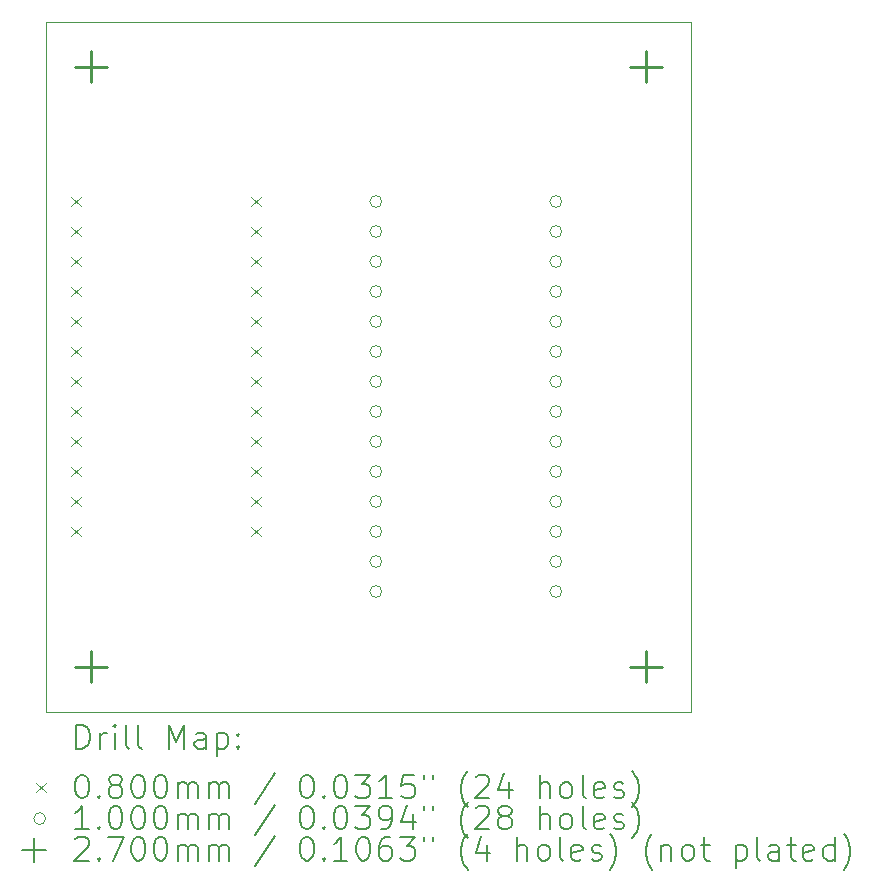
<source format=gbr>
%TF.GenerationSoftware,KiCad,Pcbnew,9.0.3+1*%
%TF.CreationDate,2025-09-14T03:51:49+09:00*%
%TF.ProjectId,romext-2364,726f6d65-7874-42d3-9233-36342e6b6963,1-2*%
%TF.SameCoordinates,Original*%
%TF.FileFunction,Drillmap*%
%TF.FilePolarity,Positive*%
%FSLAX45Y45*%
G04 Gerber Fmt 4.5, Leading zero omitted, Abs format (unit mm)*
G04 Created by KiCad (PCBNEW 9.0.3+1) date 2025-09-14 03:51:49*
%MOMM*%
%LPD*%
G01*
G04 APERTURE LIST*
%ADD10C,0.050000*%
%ADD11C,0.200000*%
%ADD12C,0.100000*%
%ADD13C,0.270000*%
G04 APERTURE END LIST*
D10*
X9906000Y-3556000D02*
X15367000Y-3556000D01*
X15367000Y-9398000D01*
X9906000Y-9398000D01*
X9906000Y-3556000D01*
D11*
D12*
X10120000Y-5040000D02*
X10200000Y-5120000D01*
X10200000Y-5040000D02*
X10120000Y-5120000D01*
X10120000Y-5294000D02*
X10200000Y-5374000D01*
X10200000Y-5294000D02*
X10120000Y-5374000D01*
X10120000Y-5548000D02*
X10200000Y-5628000D01*
X10200000Y-5548000D02*
X10120000Y-5628000D01*
X10120000Y-5802000D02*
X10200000Y-5882000D01*
X10200000Y-5802000D02*
X10120000Y-5882000D01*
X10120000Y-6056000D02*
X10200000Y-6136000D01*
X10200000Y-6056000D02*
X10120000Y-6136000D01*
X10120000Y-6310000D02*
X10200000Y-6390000D01*
X10200000Y-6310000D02*
X10120000Y-6390000D01*
X10120000Y-6564000D02*
X10200000Y-6644000D01*
X10200000Y-6564000D02*
X10120000Y-6644000D01*
X10120000Y-6818000D02*
X10200000Y-6898000D01*
X10200000Y-6818000D02*
X10120000Y-6898000D01*
X10120000Y-7072000D02*
X10200000Y-7152000D01*
X10200000Y-7072000D02*
X10120000Y-7152000D01*
X10120000Y-7326000D02*
X10200000Y-7406000D01*
X10200000Y-7326000D02*
X10120000Y-7406000D01*
X10120000Y-7580000D02*
X10200000Y-7660000D01*
X10200000Y-7580000D02*
X10120000Y-7660000D01*
X10120000Y-7834000D02*
X10200000Y-7914000D01*
X10200000Y-7834000D02*
X10120000Y-7914000D01*
X11644000Y-5040000D02*
X11724000Y-5120000D01*
X11724000Y-5040000D02*
X11644000Y-5120000D01*
X11644000Y-5294000D02*
X11724000Y-5374000D01*
X11724000Y-5294000D02*
X11644000Y-5374000D01*
X11644000Y-5548000D02*
X11724000Y-5628000D01*
X11724000Y-5548000D02*
X11644000Y-5628000D01*
X11644000Y-5802000D02*
X11724000Y-5882000D01*
X11724000Y-5802000D02*
X11644000Y-5882000D01*
X11644000Y-6056000D02*
X11724000Y-6136000D01*
X11724000Y-6056000D02*
X11644000Y-6136000D01*
X11644000Y-6310000D02*
X11724000Y-6390000D01*
X11724000Y-6310000D02*
X11644000Y-6390000D01*
X11644000Y-6564000D02*
X11724000Y-6644000D01*
X11724000Y-6564000D02*
X11644000Y-6644000D01*
X11644000Y-6818000D02*
X11724000Y-6898000D01*
X11724000Y-6818000D02*
X11644000Y-6898000D01*
X11644000Y-7072000D02*
X11724000Y-7152000D01*
X11724000Y-7072000D02*
X11644000Y-7152000D01*
X11644000Y-7326000D02*
X11724000Y-7406000D01*
X11724000Y-7326000D02*
X11644000Y-7406000D01*
X11644000Y-7580000D02*
X11724000Y-7660000D01*
X11724000Y-7580000D02*
X11644000Y-7660000D01*
X11644000Y-7834000D02*
X11724000Y-7914000D01*
X11724000Y-7834000D02*
X11644000Y-7914000D01*
X12750000Y-5080000D02*
G75*
G02*
X12650000Y-5080000I-50000J0D01*
G01*
X12650000Y-5080000D02*
G75*
G02*
X12750000Y-5080000I50000J0D01*
G01*
X12750000Y-5334000D02*
G75*
G02*
X12650000Y-5334000I-50000J0D01*
G01*
X12650000Y-5334000D02*
G75*
G02*
X12750000Y-5334000I50000J0D01*
G01*
X12750000Y-5588000D02*
G75*
G02*
X12650000Y-5588000I-50000J0D01*
G01*
X12650000Y-5588000D02*
G75*
G02*
X12750000Y-5588000I50000J0D01*
G01*
X12750000Y-5842000D02*
G75*
G02*
X12650000Y-5842000I-50000J0D01*
G01*
X12650000Y-5842000D02*
G75*
G02*
X12750000Y-5842000I50000J0D01*
G01*
X12750000Y-6096000D02*
G75*
G02*
X12650000Y-6096000I-50000J0D01*
G01*
X12650000Y-6096000D02*
G75*
G02*
X12750000Y-6096000I50000J0D01*
G01*
X12750000Y-6350000D02*
G75*
G02*
X12650000Y-6350000I-50000J0D01*
G01*
X12650000Y-6350000D02*
G75*
G02*
X12750000Y-6350000I50000J0D01*
G01*
X12750000Y-6604000D02*
G75*
G02*
X12650000Y-6604000I-50000J0D01*
G01*
X12650000Y-6604000D02*
G75*
G02*
X12750000Y-6604000I50000J0D01*
G01*
X12750000Y-6858000D02*
G75*
G02*
X12650000Y-6858000I-50000J0D01*
G01*
X12650000Y-6858000D02*
G75*
G02*
X12750000Y-6858000I50000J0D01*
G01*
X12750000Y-7112000D02*
G75*
G02*
X12650000Y-7112000I-50000J0D01*
G01*
X12650000Y-7112000D02*
G75*
G02*
X12750000Y-7112000I50000J0D01*
G01*
X12750000Y-7366000D02*
G75*
G02*
X12650000Y-7366000I-50000J0D01*
G01*
X12650000Y-7366000D02*
G75*
G02*
X12750000Y-7366000I50000J0D01*
G01*
X12750000Y-7620000D02*
G75*
G02*
X12650000Y-7620000I-50000J0D01*
G01*
X12650000Y-7620000D02*
G75*
G02*
X12750000Y-7620000I50000J0D01*
G01*
X12750000Y-7874000D02*
G75*
G02*
X12650000Y-7874000I-50000J0D01*
G01*
X12650000Y-7874000D02*
G75*
G02*
X12750000Y-7874000I50000J0D01*
G01*
X12750000Y-8128000D02*
G75*
G02*
X12650000Y-8128000I-50000J0D01*
G01*
X12650000Y-8128000D02*
G75*
G02*
X12750000Y-8128000I50000J0D01*
G01*
X12750000Y-8382000D02*
G75*
G02*
X12650000Y-8382000I-50000J0D01*
G01*
X12650000Y-8382000D02*
G75*
G02*
X12750000Y-8382000I50000J0D01*
G01*
X14274000Y-5080000D02*
G75*
G02*
X14174000Y-5080000I-50000J0D01*
G01*
X14174000Y-5080000D02*
G75*
G02*
X14274000Y-5080000I50000J0D01*
G01*
X14274000Y-5334000D02*
G75*
G02*
X14174000Y-5334000I-50000J0D01*
G01*
X14174000Y-5334000D02*
G75*
G02*
X14274000Y-5334000I50000J0D01*
G01*
X14274000Y-5588000D02*
G75*
G02*
X14174000Y-5588000I-50000J0D01*
G01*
X14174000Y-5588000D02*
G75*
G02*
X14274000Y-5588000I50000J0D01*
G01*
X14274000Y-5842000D02*
G75*
G02*
X14174000Y-5842000I-50000J0D01*
G01*
X14174000Y-5842000D02*
G75*
G02*
X14274000Y-5842000I50000J0D01*
G01*
X14274000Y-6096000D02*
G75*
G02*
X14174000Y-6096000I-50000J0D01*
G01*
X14174000Y-6096000D02*
G75*
G02*
X14274000Y-6096000I50000J0D01*
G01*
X14274000Y-6350000D02*
G75*
G02*
X14174000Y-6350000I-50000J0D01*
G01*
X14174000Y-6350000D02*
G75*
G02*
X14274000Y-6350000I50000J0D01*
G01*
X14274000Y-6604000D02*
G75*
G02*
X14174000Y-6604000I-50000J0D01*
G01*
X14174000Y-6604000D02*
G75*
G02*
X14274000Y-6604000I50000J0D01*
G01*
X14274000Y-6858000D02*
G75*
G02*
X14174000Y-6858000I-50000J0D01*
G01*
X14174000Y-6858000D02*
G75*
G02*
X14274000Y-6858000I50000J0D01*
G01*
X14274000Y-7112000D02*
G75*
G02*
X14174000Y-7112000I-50000J0D01*
G01*
X14174000Y-7112000D02*
G75*
G02*
X14274000Y-7112000I50000J0D01*
G01*
X14274000Y-7366000D02*
G75*
G02*
X14174000Y-7366000I-50000J0D01*
G01*
X14174000Y-7366000D02*
G75*
G02*
X14274000Y-7366000I50000J0D01*
G01*
X14274000Y-7620000D02*
G75*
G02*
X14174000Y-7620000I-50000J0D01*
G01*
X14174000Y-7620000D02*
G75*
G02*
X14274000Y-7620000I50000J0D01*
G01*
X14274000Y-7874000D02*
G75*
G02*
X14174000Y-7874000I-50000J0D01*
G01*
X14174000Y-7874000D02*
G75*
G02*
X14274000Y-7874000I50000J0D01*
G01*
X14274000Y-8128000D02*
G75*
G02*
X14174000Y-8128000I-50000J0D01*
G01*
X14174000Y-8128000D02*
G75*
G02*
X14274000Y-8128000I50000J0D01*
G01*
X14274000Y-8382000D02*
G75*
G02*
X14174000Y-8382000I-50000J0D01*
G01*
X14174000Y-8382000D02*
G75*
G02*
X14274000Y-8382000I50000J0D01*
G01*
D13*
X10287000Y-3802000D02*
X10287000Y-4072000D01*
X10152000Y-3937000D02*
X10422000Y-3937000D01*
X10287000Y-8882000D02*
X10287000Y-9152000D01*
X10152000Y-9017000D02*
X10422000Y-9017000D01*
X14986000Y-3802000D02*
X14986000Y-4072000D01*
X14851000Y-3937000D02*
X15121000Y-3937000D01*
X14986000Y-8882000D02*
X14986000Y-9152000D01*
X14851000Y-9017000D02*
X15121000Y-9017000D01*
D11*
X10164277Y-9711984D02*
X10164277Y-9511984D01*
X10164277Y-9511984D02*
X10211896Y-9511984D01*
X10211896Y-9511984D02*
X10240467Y-9521508D01*
X10240467Y-9521508D02*
X10259515Y-9540555D01*
X10259515Y-9540555D02*
X10269039Y-9559603D01*
X10269039Y-9559603D02*
X10278563Y-9597698D01*
X10278563Y-9597698D02*
X10278563Y-9626270D01*
X10278563Y-9626270D02*
X10269039Y-9664365D01*
X10269039Y-9664365D02*
X10259515Y-9683412D01*
X10259515Y-9683412D02*
X10240467Y-9702460D01*
X10240467Y-9702460D02*
X10211896Y-9711984D01*
X10211896Y-9711984D02*
X10164277Y-9711984D01*
X10364277Y-9711984D02*
X10364277Y-9578650D01*
X10364277Y-9616746D02*
X10373801Y-9597698D01*
X10373801Y-9597698D02*
X10383324Y-9588174D01*
X10383324Y-9588174D02*
X10402372Y-9578650D01*
X10402372Y-9578650D02*
X10421420Y-9578650D01*
X10488086Y-9711984D02*
X10488086Y-9578650D01*
X10488086Y-9511984D02*
X10478563Y-9521508D01*
X10478563Y-9521508D02*
X10488086Y-9531031D01*
X10488086Y-9531031D02*
X10497610Y-9521508D01*
X10497610Y-9521508D02*
X10488086Y-9511984D01*
X10488086Y-9511984D02*
X10488086Y-9531031D01*
X10611896Y-9711984D02*
X10592848Y-9702460D01*
X10592848Y-9702460D02*
X10583324Y-9683412D01*
X10583324Y-9683412D02*
X10583324Y-9511984D01*
X10716658Y-9711984D02*
X10697610Y-9702460D01*
X10697610Y-9702460D02*
X10688086Y-9683412D01*
X10688086Y-9683412D02*
X10688086Y-9511984D01*
X10945229Y-9711984D02*
X10945229Y-9511984D01*
X10945229Y-9511984D02*
X11011896Y-9654841D01*
X11011896Y-9654841D02*
X11078563Y-9511984D01*
X11078563Y-9511984D02*
X11078563Y-9711984D01*
X11259515Y-9711984D02*
X11259515Y-9607222D01*
X11259515Y-9607222D02*
X11249991Y-9588174D01*
X11249991Y-9588174D02*
X11230943Y-9578650D01*
X11230943Y-9578650D02*
X11192848Y-9578650D01*
X11192848Y-9578650D02*
X11173801Y-9588174D01*
X11259515Y-9702460D02*
X11240467Y-9711984D01*
X11240467Y-9711984D02*
X11192848Y-9711984D01*
X11192848Y-9711984D02*
X11173801Y-9702460D01*
X11173801Y-9702460D02*
X11164277Y-9683412D01*
X11164277Y-9683412D02*
X11164277Y-9664365D01*
X11164277Y-9664365D02*
X11173801Y-9645317D01*
X11173801Y-9645317D02*
X11192848Y-9635793D01*
X11192848Y-9635793D02*
X11240467Y-9635793D01*
X11240467Y-9635793D02*
X11259515Y-9626270D01*
X11354753Y-9578650D02*
X11354753Y-9778650D01*
X11354753Y-9588174D02*
X11373801Y-9578650D01*
X11373801Y-9578650D02*
X11411896Y-9578650D01*
X11411896Y-9578650D02*
X11430943Y-9588174D01*
X11430943Y-9588174D02*
X11440467Y-9597698D01*
X11440467Y-9597698D02*
X11449991Y-9616746D01*
X11449991Y-9616746D02*
X11449991Y-9673889D01*
X11449991Y-9673889D02*
X11440467Y-9692936D01*
X11440467Y-9692936D02*
X11430943Y-9702460D01*
X11430943Y-9702460D02*
X11411896Y-9711984D01*
X11411896Y-9711984D02*
X11373801Y-9711984D01*
X11373801Y-9711984D02*
X11354753Y-9702460D01*
X11535705Y-9692936D02*
X11545229Y-9702460D01*
X11545229Y-9702460D02*
X11535705Y-9711984D01*
X11535705Y-9711984D02*
X11526182Y-9702460D01*
X11526182Y-9702460D02*
X11535705Y-9692936D01*
X11535705Y-9692936D02*
X11535705Y-9711984D01*
X11535705Y-9588174D02*
X11545229Y-9597698D01*
X11545229Y-9597698D02*
X11535705Y-9607222D01*
X11535705Y-9607222D02*
X11526182Y-9597698D01*
X11526182Y-9597698D02*
X11535705Y-9588174D01*
X11535705Y-9588174D02*
X11535705Y-9607222D01*
D12*
X9823500Y-10000500D02*
X9903500Y-10080500D01*
X9903500Y-10000500D02*
X9823500Y-10080500D01*
D11*
X10202372Y-9931984D02*
X10221420Y-9931984D01*
X10221420Y-9931984D02*
X10240467Y-9941508D01*
X10240467Y-9941508D02*
X10249991Y-9951031D01*
X10249991Y-9951031D02*
X10259515Y-9970079D01*
X10259515Y-9970079D02*
X10269039Y-10008174D01*
X10269039Y-10008174D02*
X10269039Y-10055793D01*
X10269039Y-10055793D02*
X10259515Y-10093889D01*
X10259515Y-10093889D02*
X10249991Y-10112936D01*
X10249991Y-10112936D02*
X10240467Y-10122460D01*
X10240467Y-10122460D02*
X10221420Y-10131984D01*
X10221420Y-10131984D02*
X10202372Y-10131984D01*
X10202372Y-10131984D02*
X10183324Y-10122460D01*
X10183324Y-10122460D02*
X10173801Y-10112936D01*
X10173801Y-10112936D02*
X10164277Y-10093889D01*
X10164277Y-10093889D02*
X10154753Y-10055793D01*
X10154753Y-10055793D02*
X10154753Y-10008174D01*
X10154753Y-10008174D02*
X10164277Y-9970079D01*
X10164277Y-9970079D02*
X10173801Y-9951031D01*
X10173801Y-9951031D02*
X10183324Y-9941508D01*
X10183324Y-9941508D02*
X10202372Y-9931984D01*
X10354753Y-10112936D02*
X10364277Y-10122460D01*
X10364277Y-10122460D02*
X10354753Y-10131984D01*
X10354753Y-10131984D02*
X10345229Y-10122460D01*
X10345229Y-10122460D02*
X10354753Y-10112936D01*
X10354753Y-10112936D02*
X10354753Y-10131984D01*
X10478563Y-10017698D02*
X10459515Y-10008174D01*
X10459515Y-10008174D02*
X10449991Y-9998650D01*
X10449991Y-9998650D02*
X10440467Y-9979603D01*
X10440467Y-9979603D02*
X10440467Y-9970079D01*
X10440467Y-9970079D02*
X10449991Y-9951031D01*
X10449991Y-9951031D02*
X10459515Y-9941508D01*
X10459515Y-9941508D02*
X10478563Y-9931984D01*
X10478563Y-9931984D02*
X10516658Y-9931984D01*
X10516658Y-9931984D02*
X10535705Y-9941508D01*
X10535705Y-9941508D02*
X10545229Y-9951031D01*
X10545229Y-9951031D02*
X10554753Y-9970079D01*
X10554753Y-9970079D02*
X10554753Y-9979603D01*
X10554753Y-9979603D02*
X10545229Y-9998650D01*
X10545229Y-9998650D02*
X10535705Y-10008174D01*
X10535705Y-10008174D02*
X10516658Y-10017698D01*
X10516658Y-10017698D02*
X10478563Y-10017698D01*
X10478563Y-10017698D02*
X10459515Y-10027222D01*
X10459515Y-10027222D02*
X10449991Y-10036746D01*
X10449991Y-10036746D02*
X10440467Y-10055793D01*
X10440467Y-10055793D02*
X10440467Y-10093889D01*
X10440467Y-10093889D02*
X10449991Y-10112936D01*
X10449991Y-10112936D02*
X10459515Y-10122460D01*
X10459515Y-10122460D02*
X10478563Y-10131984D01*
X10478563Y-10131984D02*
X10516658Y-10131984D01*
X10516658Y-10131984D02*
X10535705Y-10122460D01*
X10535705Y-10122460D02*
X10545229Y-10112936D01*
X10545229Y-10112936D02*
X10554753Y-10093889D01*
X10554753Y-10093889D02*
X10554753Y-10055793D01*
X10554753Y-10055793D02*
X10545229Y-10036746D01*
X10545229Y-10036746D02*
X10535705Y-10027222D01*
X10535705Y-10027222D02*
X10516658Y-10017698D01*
X10678563Y-9931984D02*
X10697610Y-9931984D01*
X10697610Y-9931984D02*
X10716658Y-9941508D01*
X10716658Y-9941508D02*
X10726182Y-9951031D01*
X10726182Y-9951031D02*
X10735705Y-9970079D01*
X10735705Y-9970079D02*
X10745229Y-10008174D01*
X10745229Y-10008174D02*
X10745229Y-10055793D01*
X10745229Y-10055793D02*
X10735705Y-10093889D01*
X10735705Y-10093889D02*
X10726182Y-10112936D01*
X10726182Y-10112936D02*
X10716658Y-10122460D01*
X10716658Y-10122460D02*
X10697610Y-10131984D01*
X10697610Y-10131984D02*
X10678563Y-10131984D01*
X10678563Y-10131984D02*
X10659515Y-10122460D01*
X10659515Y-10122460D02*
X10649991Y-10112936D01*
X10649991Y-10112936D02*
X10640467Y-10093889D01*
X10640467Y-10093889D02*
X10630944Y-10055793D01*
X10630944Y-10055793D02*
X10630944Y-10008174D01*
X10630944Y-10008174D02*
X10640467Y-9970079D01*
X10640467Y-9970079D02*
X10649991Y-9951031D01*
X10649991Y-9951031D02*
X10659515Y-9941508D01*
X10659515Y-9941508D02*
X10678563Y-9931984D01*
X10869039Y-9931984D02*
X10888086Y-9931984D01*
X10888086Y-9931984D02*
X10907134Y-9941508D01*
X10907134Y-9941508D02*
X10916658Y-9951031D01*
X10916658Y-9951031D02*
X10926182Y-9970079D01*
X10926182Y-9970079D02*
X10935705Y-10008174D01*
X10935705Y-10008174D02*
X10935705Y-10055793D01*
X10935705Y-10055793D02*
X10926182Y-10093889D01*
X10926182Y-10093889D02*
X10916658Y-10112936D01*
X10916658Y-10112936D02*
X10907134Y-10122460D01*
X10907134Y-10122460D02*
X10888086Y-10131984D01*
X10888086Y-10131984D02*
X10869039Y-10131984D01*
X10869039Y-10131984D02*
X10849991Y-10122460D01*
X10849991Y-10122460D02*
X10840467Y-10112936D01*
X10840467Y-10112936D02*
X10830944Y-10093889D01*
X10830944Y-10093889D02*
X10821420Y-10055793D01*
X10821420Y-10055793D02*
X10821420Y-10008174D01*
X10821420Y-10008174D02*
X10830944Y-9970079D01*
X10830944Y-9970079D02*
X10840467Y-9951031D01*
X10840467Y-9951031D02*
X10849991Y-9941508D01*
X10849991Y-9941508D02*
X10869039Y-9931984D01*
X11021420Y-10131984D02*
X11021420Y-9998650D01*
X11021420Y-10017698D02*
X11030944Y-10008174D01*
X11030944Y-10008174D02*
X11049991Y-9998650D01*
X11049991Y-9998650D02*
X11078563Y-9998650D01*
X11078563Y-9998650D02*
X11097610Y-10008174D01*
X11097610Y-10008174D02*
X11107134Y-10027222D01*
X11107134Y-10027222D02*
X11107134Y-10131984D01*
X11107134Y-10027222D02*
X11116658Y-10008174D01*
X11116658Y-10008174D02*
X11135705Y-9998650D01*
X11135705Y-9998650D02*
X11164277Y-9998650D01*
X11164277Y-9998650D02*
X11183325Y-10008174D01*
X11183325Y-10008174D02*
X11192848Y-10027222D01*
X11192848Y-10027222D02*
X11192848Y-10131984D01*
X11288086Y-10131984D02*
X11288086Y-9998650D01*
X11288086Y-10017698D02*
X11297610Y-10008174D01*
X11297610Y-10008174D02*
X11316658Y-9998650D01*
X11316658Y-9998650D02*
X11345229Y-9998650D01*
X11345229Y-9998650D02*
X11364277Y-10008174D01*
X11364277Y-10008174D02*
X11373801Y-10027222D01*
X11373801Y-10027222D02*
X11373801Y-10131984D01*
X11373801Y-10027222D02*
X11383324Y-10008174D01*
X11383324Y-10008174D02*
X11402372Y-9998650D01*
X11402372Y-9998650D02*
X11430943Y-9998650D01*
X11430943Y-9998650D02*
X11449991Y-10008174D01*
X11449991Y-10008174D02*
X11459515Y-10027222D01*
X11459515Y-10027222D02*
X11459515Y-10131984D01*
X11849991Y-9922460D02*
X11678563Y-10179603D01*
X12107134Y-9931984D02*
X12126182Y-9931984D01*
X12126182Y-9931984D02*
X12145229Y-9941508D01*
X12145229Y-9941508D02*
X12154753Y-9951031D01*
X12154753Y-9951031D02*
X12164277Y-9970079D01*
X12164277Y-9970079D02*
X12173801Y-10008174D01*
X12173801Y-10008174D02*
X12173801Y-10055793D01*
X12173801Y-10055793D02*
X12164277Y-10093889D01*
X12164277Y-10093889D02*
X12154753Y-10112936D01*
X12154753Y-10112936D02*
X12145229Y-10122460D01*
X12145229Y-10122460D02*
X12126182Y-10131984D01*
X12126182Y-10131984D02*
X12107134Y-10131984D01*
X12107134Y-10131984D02*
X12088086Y-10122460D01*
X12088086Y-10122460D02*
X12078563Y-10112936D01*
X12078563Y-10112936D02*
X12069039Y-10093889D01*
X12069039Y-10093889D02*
X12059515Y-10055793D01*
X12059515Y-10055793D02*
X12059515Y-10008174D01*
X12059515Y-10008174D02*
X12069039Y-9970079D01*
X12069039Y-9970079D02*
X12078563Y-9951031D01*
X12078563Y-9951031D02*
X12088086Y-9941508D01*
X12088086Y-9941508D02*
X12107134Y-9931984D01*
X12259515Y-10112936D02*
X12269039Y-10122460D01*
X12269039Y-10122460D02*
X12259515Y-10131984D01*
X12259515Y-10131984D02*
X12249991Y-10122460D01*
X12249991Y-10122460D02*
X12259515Y-10112936D01*
X12259515Y-10112936D02*
X12259515Y-10131984D01*
X12392848Y-9931984D02*
X12411896Y-9931984D01*
X12411896Y-9931984D02*
X12430944Y-9941508D01*
X12430944Y-9941508D02*
X12440467Y-9951031D01*
X12440467Y-9951031D02*
X12449991Y-9970079D01*
X12449991Y-9970079D02*
X12459515Y-10008174D01*
X12459515Y-10008174D02*
X12459515Y-10055793D01*
X12459515Y-10055793D02*
X12449991Y-10093889D01*
X12449991Y-10093889D02*
X12440467Y-10112936D01*
X12440467Y-10112936D02*
X12430944Y-10122460D01*
X12430944Y-10122460D02*
X12411896Y-10131984D01*
X12411896Y-10131984D02*
X12392848Y-10131984D01*
X12392848Y-10131984D02*
X12373801Y-10122460D01*
X12373801Y-10122460D02*
X12364277Y-10112936D01*
X12364277Y-10112936D02*
X12354753Y-10093889D01*
X12354753Y-10093889D02*
X12345229Y-10055793D01*
X12345229Y-10055793D02*
X12345229Y-10008174D01*
X12345229Y-10008174D02*
X12354753Y-9970079D01*
X12354753Y-9970079D02*
X12364277Y-9951031D01*
X12364277Y-9951031D02*
X12373801Y-9941508D01*
X12373801Y-9941508D02*
X12392848Y-9931984D01*
X12526182Y-9931984D02*
X12649991Y-9931984D01*
X12649991Y-9931984D02*
X12583325Y-10008174D01*
X12583325Y-10008174D02*
X12611896Y-10008174D01*
X12611896Y-10008174D02*
X12630944Y-10017698D01*
X12630944Y-10017698D02*
X12640467Y-10027222D01*
X12640467Y-10027222D02*
X12649991Y-10046270D01*
X12649991Y-10046270D02*
X12649991Y-10093889D01*
X12649991Y-10093889D02*
X12640467Y-10112936D01*
X12640467Y-10112936D02*
X12630944Y-10122460D01*
X12630944Y-10122460D02*
X12611896Y-10131984D01*
X12611896Y-10131984D02*
X12554753Y-10131984D01*
X12554753Y-10131984D02*
X12535706Y-10122460D01*
X12535706Y-10122460D02*
X12526182Y-10112936D01*
X12840467Y-10131984D02*
X12726182Y-10131984D01*
X12783325Y-10131984D02*
X12783325Y-9931984D01*
X12783325Y-9931984D02*
X12764277Y-9960555D01*
X12764277Y-9960555D02*
X12745229Y-9979603D01*
X12745229Y-9979603D02*
X12726182Y-9989127D01*
X13021420Y-9931984D02*
X12926182Y-9931984D01*
X12926182Y-9931984D02*
X12916658Y-10027222D01*
X12916658Y-10027222D02*
X12926182Y-10017698D01*
X12926182Y-10017698D02*
X12945229Y-10008174D01*
X12945229Y-10008174D02*
X12992848Y-10008174D01*
X12992848Y-10008174D02*
X13011896Y-10017698D01*
X13011896Y-10017698D02*
X13021420Y-10027222D01*
X13021420Y-10027222D02*
X13030944Y-10046270D01*
X13030944Y-10046270D02*
X13030944Y-10093889D01*
X13030944Y-10093889D02*
X13021420Y-10112936D01*
X13021420Y-10112936D02*
X13011896Y-10122460D01*
X13011896Y-10122460D02*
X12992848Y-10131984D01*
X12992848Y-10131984D02*
X12945229Y-10131984D01*
X12945229Y-10131984D02*
X12926182Y-10122460D01*
X12926182Y-10122460D02*
X12916658Y-10112936D01*
X13107134Y-9931984D02*
X13107134Y-9970079D01*
X13183325Y-9931984D02*
X13183325Y-9970079D01*
X13478563Y-10208174D02*
X13469039Y-10198650D01*
X13469039Y-10198650D02*
X13449991Y-10170079D01*
X13449991Y-10170079D02*
X13440468Y-10151031D01*
X13440468Y-10151031D02*
X13430944Y-10122460D01*
X13430944Y-10122460D02*
X13421420Y-10074841D01*
X13421420Y-10074841D02*
X13421420Y-10036746D01*
X13421420Y-10036746D02*
X13430944Y-9989127D01*
X13430944Y-9989127D02*
X13440468Y-9960555D01*
X13440468Y-9960555D02*
X13449991Y-9941508D01*
X13449991Y-9941508D02*
X13469039Y-9912936D01*
X13469039Y-9912936D02*
X13478563Y-9903412D01*
X13545229Y-9951031D02*
X13554753Y-9941508D01*
X13554753Y-9941508D02*
X13573801Y-9931984D01*
X13573801Y-9931984D02*
X13621420Y-9931984D01*
X13621420Y-9931984D02*
X13640468Y-9941508D01*
X13640468Y-9941508D02*
X13649991Y-9951031D01*
X13649991Y-9951031D02*
X13659515Y-9970079D01*
X13659515Y-9970079D02*
X13659515Y-9989127D01*
X13659515Y-9989127D02*
X13649991Y-10017698D01*
X13649991Y-10017698D02*
X13535706Y-10131984D01*
X13535706Y-10131984D02*
X13659515Y-10131984D01*
X13830944Y-9998650D02*
X13830944Y-10131984D01*
X13783325Y-9922460D02*
X13735706Y-10065317D01*
X13735706Y-10065317D02*
X13859515Y-10065317D01*
X14088087Y-10131984D02*
X14088087Y-9931984D01*
X14173801Y-10131984D02*
X14173801Y-10027222D01*
X14173801Y-10027222D02*
X14164277Y-10008174D01*
X14164277Y-10008174D02*
X14145230Y-9998650D01*
X14145230Y-9998650D02*
X14116658Y-9998650D01*
X14116658Y-9998650D02*
X14097610Y-10008174D01*
X14097610Y-10008174D02*
X14088087Y-10017698D01*
X14297610Y-10131984D02*
X14278563Y-10122460D01*
X14278563Y-10122460D02*
X14269039Y-10112936D01*
X14269039Y-10112936D02*
X14259515Y-10093889D01*
X14259515Y-10093889D02*
X14259515Y-10036746D01*
X14259515Y-10036746D02*
X14269039Y-10017698D01*
X14269039Y-10017698D02*
X14278563Y-10008174D01*
X14278563Y-10008174D02*
X14297610Y-9998650D01*
X14297610Y-9998650D02*
X14326182Y-9998650D01*
X14326182Y-9998650D02*
X14345230Y-10008174D01*
X14345230Y-10008174D02*
X14354753Y-10017698D01*
X14354753Y-10017698D02*
X14364277Y-10036746D01*
X14364277Y-10036746D02*
X14364277Y-10093889D01*
X14364277Y-10093889D02*
X14354753Y-10112936D01*
X14354753Y-10112936D02*
X14345230Y-10122460D01*
X14345230Y-10122460D02*
X14326182Y-10131984D01*
X14326182Y-10131984D02*
X14297610Y-10131984D01*
X14478563Y-10131984D02*
X14459515Y-10122460D01*
X14459515Y-10122460D02*
X14449991Y-10103412D01*
X14449991Y-10103412D02*
X14449991Y-9931984D01*
X14630944Y-10122460D02*
X14611896Y-10131984D01*
X14611896Y-10131984D02*
X14573801Y-10131984D01*
X14573801Y-10131984D02*
X14554753Y-10122460D01*
X14554753Y-10122460D02*
X14545230Y-10103412D01*
X14545230Y-10103412D02*
X14545230Y-10027222D01*
X14545230Y-10027222D02*
X14554753Y-10008174D01*
X14554753Y-10008174D02*
X14573801Y-9998650D01*
X14573801Y-9998650D02*
X14611896Y-9998650D01*
X14611896Y-9998650D02*
X14630944Y-10008174D01*
X14630944Y-10008174D02*
X14640468Y-10027222D01*
X14640468Y-10027222D02*
X14640468Y-10046270D01*
X14640468Y-10046270D02*
X14545230Y-10065317D01*
X14716658Y-10122460D02*
X14735706Y-10131984D01*
X14735706Y-10131984D02*
X14773801Y-10131984D01*
X14773801Y-10131984D02*
X14792849Y-10122460D01*
X14792849Y-10122460D02*
X14802372Y-10103412D01*
X14802372Y-10103412D02*
X14802372Y-10093889D01*
X14802372Y-10093889D02*
X14792849Y-10074841D01*
X14792849Y-10074841D02*
X14773801Y-10065317D01*
X14773801Y-10065317D02*
X14745230Y-10065317D01*
X14745230Y-10065317D02*
X14726182Y-10055793D01*
X14726182Y-10055793D02*
X14716658Y-10036746D01*
X14716658Y-10036746D02*
X14716658Y-10027222D01*
X14716658Y-10027222D02*
X14726182Y-10008174D01*
X14726182Y-10008174D02*
X14745230Y-9998650D01*
X14745230Y-9998650D02*
X14773801Y-9998650D01*
X14773801Y-9998650D02*
X14792849Y-10008174D01*
X14869039Y-10208174D02*
X14878563Y-10198650D01*
X14878563Y-10198650D02*
X14897611Y-10170079D01*
X14897611Y-10170079D02*
X14907134Y-10151031D01*
X14907134Y-10151031D02*
X14916658Y-10122460D01*
X14916658Y-10122460D02*
X14926182Y-10074841D01*
X14926182Y-10074841D02*
X14926182Y-10036746D01*
X14926182Y-10036746D02*
X14916658Y-9989127D01*
X14916658Y-9989127D02*
X14907134Y-9960555D01*
X14907134Y-9960555D02*
X14897611Y-9941508D01*
X14897611Y-9941508D02*
X14878563Y-9912936D01*
X14878563Y-9912936D02*
X14869039Y-9903412D01*
D12*
X9903500Y-10304500D02*
G75*
G02*
X9803500Y-10304500I-50000J0D01*
G01*
X9803500Y-10304500D02*
G75*
G02*
X9903500Y-10304500I50000J0D01*
G01*
D11*
X10269039Y-10395984D02*
X10154753Y-10395984D01*
X10211896Y-10395984D02*
X10211896Y-10195984D01*
X10211896Y-10195984D02*
X10192848Y-10224555D01*
X10192848Y-10224555D02*
X10173801Y-10243603D01*
X10173801Y-10243603D02*
X10154753Y-10253127D01*
X10354753Y-10376936D02*
X10364277Y-10386460D01*
X10364277Y-10386460D02*
X10354753Y-10395984D01*
X10354753Y-10395984D02*
X10345229Y-10386460D01*
X10345229Y-10386460D02*
X10354753Y-10376936D01*
X10354753Y-10376936D02*
X10354753Y-10395984D01*
X10488086Y-10195984D02*
X10507134Y-10195984D01*
X10507134Y-10195984D02*
X10526182Y-10205508D01*
X10526182Y-10205508D02*
X10535705Y-10215031D01*
X10535705Y-10215031D02*
X10545229Y-10234079D01*
X10545229Y-10234079D02*
X10554753Y-10272174D01*
X10554753Y-10272174D02*
X10554753Y-10319793D01*
X10554753Y-10319793D02*
X10545229Y-10357889D01*
X10545229Y-10357889D02*
X10535705Y-10376936D01*
X10535705Y-10376936D02*
X10526182Y-10386460D01*
X10526182Y-10386460D02*
X10507134Y-10395984D01*
X10507134Y-10395984D02*
X10488086Y-10395984D01*
X10488086Y-10395984D02*
X10469039Y-10386460D01*
X10469039Y-10386460D02*
X10459515Y-10376936D01*
X10459515Y-10376936D02*
X10449991Y-10357889D01*
X10449991Y-10357889D02*
X10440467Y-10319793D01*
X10440467Y-10319793D02*
X10440467Y-10272174D01*
X10440467Y-10272174D02*
X10449991Y-10234079D01*
X10449991Y-10234079D02*
X10459515Y-10215031D01*
X10459515Y-10215031D02*
X10469039Y-10205508D01*
X10469039Y-10205508D02*
X10488086Y-10195984D01*
X10678563Y-10195984D02*
X10697610Y-10195984D01*
X10697610Y-10195984D02*
X10716658Y-10205508D01*
X10716658Y-10205508D02*
X10726182Y-10215031D01*
X10726182Y-10215031D02*
X10735705Y-10234079D01*
X10735705Y-10234079D02*
X10745229Y-10272174D01*
X10745229Y-10272174D02*
X10745229Y-10319793D01*
X10745229Y-10319793D02*
X10735705Y-10357889D01*
X10735705Y-10357889D02*
X10726182Y-10376936D01*
X10726182Y-10376936D02*
X10716658Y-10386460D01*
X10716658Y-10386460D02*
X10697610Y-10395984D01*
X10697610Y-10395984D02*
X10678563Y-10395984D01*
X10678563Y-10395984D02*
X10659515Y-10386460D01*
X10659515Y-10386460D02*
X10649991Y-10376936D01*
X10649991Y-10376936D02*
X10640467Y-10357889D01*
X10640467Y-10357889D02*
X10630944Y-10319793D01*
X10630944Y-10319793D02*
X10630944Y-10272174D01*
X10630944Y-10272174D02*
X10640467Y-10234079D01*
X10640467Y-10234079D02*
X10649991Y-10215031D01*
X10649991Y-10215031D02*
X10659515Y-10205508D01*
X10659515Y-10205508D02*
X10678563Y-10195984D01*
X10869039Y-10195984D02*
X10888086Y-10195984D01*
X10888086Y-10195984D02*
X10907134Y-10205508D01*
X10907134Y-10205508D02*
X10916658Y-10215031D01*
X10916658Y-10215031D02*
X10926182Y-10234079D01*
X10926182Y-10234079D02*
X10935705Y-10272174D01*
X10935705Y-10272174D02*
X10935705Y-10319793D01*
X10935705Y-10319793D02*
X10926182Y-10357889D01*
X10926182Y-10357889D02*
X10916658Y-10376936D01*
X10916658Y-10376936D02*
X10907134Y-10386460D01*
X10907134Y-10386460D02*
X10888086Y-10395984D01*
X10888086Y-10395984D02*
X10869039Y-10395984D01*
X10869039Y-10395984D02*
X10849991Y-10386460D01*
X10849991Y-10386460D02*
X10840467Y-10376936D01*
X10840467Y-10376936D02*
X10830944Y-10357889D01*
X10830944Y-10357889D02*
X10821420Y-10319793D01*
X10821420Y-10319793D02*
X10821420Y-10272174D01*
X10821420Y-10272174D02*
X10830944Y-10234079D01*
X10830944Y-10234079D02*
X10840467Y-10215031D01*
X10840467Y-10215031D02*
X10849991Y-10205508D01*
X10849991Y-10205508D02*
X10869039Y-10195984D01*
X11021420Y-10395984D02*
X11021420Y-10262650D01*
X11021420Y-10281698D02*
X11030944Y-10272174D01*
X11030944Y-10272174D02*
X11049991Y-10262650D01*
X11049991Y-10262650D02*
X11078563Y-10262650D01*
X11078563Y-10262650D02*
X11097610Y-10272174D01*
X11097610Y-10272174D02*
X11107134Y-10291222D01*
X11107134Y-10291222D02*
X11107134Y-10395984D01*
X11107134Y-10291222D02*
X11116658Y-10272174D01*
X11116658Y-10272174D02*
X11135705Y-10262650D01*
X11135705Y-10262650D02*
X11164277Y-10262650D01*
X11164277Y-10262650D02*
X11183325Y-10272174D01*
X11183325Y-10272174D02*
X11192848Y-10291222D01*
X11192848Y-10291222D02*
X11192848Y-10395984D01*
X11288086Y-10395984D02*
X11288086Y-10262650D01*
X11288086Y-10281698D02*
X11297610Y-10272174D01*
X11297610Y-10272174D02*
X11316658Y-10262650D01*
X11316658Y-10262650D02*
X11345229Y-10262650D01*
X11345229Y-10262650D02*
X11364277Y-10272174D01*
X11364277Y-10272174D02*
X11373801Y-10291222D01*
X11373801Y-10291222D02*
X11373801Y-10395984D01*
X11373801Y-10291222D02*
X11383324Y-10272174D01*
X11383324Y-10272174D02*
X11402372Y-10262650D01*
X11402372Y-10262650D02*
X11430943Y-10262650D01*
X11430943Y-10262650D02*
X11449991Y-10272174D01*
X11449991Y-10272174D02*
X11459515Y-10291222D01*
X11459515Y-10291222D02*
X11459515Y-10395984D01*
X11849991Y-10186460D02*
X11678563Y-10443603D01*
X12107134Y-10195984D02*
X12126182Y-10195984D01*
X12126182Y-10195984D02*
X12145229Y-10205508D01*
X12145229Y-10205508D02*
X12154753Y-10215031D01*
X12154753Y-10215031D02*
X12164277Y-10234079D01*
X12164277Y-10234079D02*
X12173801Y-10272174D01*
X12173801Y-10272174D02*
X12173801Y-10319793D01*
X12173801Y-10319793D02*
X12164277Y-10357889D01*
X12164277Y-10357889D02*
X12154753Y-10376936D01*
X12154753Y-10376936D02*
X12145229Y-10386460D01*
X12145229Y-10386460D02*
X12126182Y-10395984D01*
X12126182Y-10395984D02*
X12107134Y-10395984D01*
X12107134Y-10395984D02*
X12088086Y-10386460D01*
X12088086Y-10386460D02*
X12078563Y-10376936D01*
X12078563Y-10376936D02*
X12069039Y-10357889D01*
X12069039Y-10357889D02*
X12059515Y-10319793D01*
X12059515Y-10319793D02*
X12059515Y-10272174D01*
X12059515Y-10272174D02*
X12069039Y-10234079D01*
X12069039Y-10234079D02*
X12078563Y-10215031D01*
X12078563Y-10215031D02*
X12088086Y-10205508D01*
X12088086Y-10205508D02*
X12107134Y-10195984D01*
X12259515Y-10376936D02*
X12269039Y-10386460D01*
X12269039Y-10386460D02*
X12259515Y-10395984D01*
X12259515Y-10395984D02*
X12249991Y-10386460D01*
X12249991Y-10386460D02*
X12259515Y-10376936D01*
X12259515Y-10376936D02*
X12259515Y-10395984D01*
X12392848Y-10195984D02*
X12411896Y-10195984D01*
X12411896Y-10195984D02*
X12430944Y-10205508D01*
X12430944Y-10205508D02*
X12440467Y-10215031D01*
X12440467Y-10215031D02*
X12449991Y-10234079D01*
X12449991Y-10234079D02*
X12459515Y-10272174D01*
X12459515Y-10272174D02*
X12459515Y-10319793D01*
X12459515Y-10319793D02*
X12449991Y-10357889D01*
X12449991Y-10357889D02*
X12440467Y-10376936D01*
X12440467Y-10376936D02*
X12430944Y-10386460D01*
X12430944Y-10386460D02*
X12411896Y-10395984D01*
X12411896Y-10395984D02*
X12392848Y-10395984D01*
X12392848Y-10395984D02*
X12373801Y-10386460D01*
X12373801Y-10386460D02*
X12364277Y-10376936D01*
X12364277Y-10376936D02*
X12354753Y-10357889D01*
X12354753Y-10357889D02*
X12345229Y-10319793D01*
X12345229Y-10319793D02*
X12345229Y-10272174D01*
X12345229Y-10272174D02*
X12354753Y-10234079D01*
X12354753Y-10234079D02*
X12364277Y-10215031D01*
X12364277Y-10215031D02*
X12373801Y-10205508D01*
X12373801Y-10205508D02*
X12392848Y-10195984D01*
X12526182Y-10195984D02*
X12649991Y-10195984D01*
X12649991Y-10195984D02*
X12583325Y-10272174D01*
X12583325Y-10272174D02*
X12611896Y-10272174D01*
X12611896Y-10272174D02*
X12630944Y-10281698D01*
X12630944Y-10281698D02*
X12640467Y-10291222D01*
X12640467Y-10291222D02*
X12649991Y-10310270D01*
X12649991Y-10310270D02*
X12649991Y-10357889D01*
X12649991Y-10357889D02*
X12640467Y-10376936D01*
X12640467Y-10376936D02*
X12630944Y-10386460D01*
X12630944Y-10386460D02*
X12611896Y-10395984D01*
X12611896Y-10395984D02*
X12554753Y-10395984D01*
X12554753Y-10395984D02*
X12535706Y-10386460D01*
X12535706Y-10386460D02*
X12526182Y-10376936D01*
X12745229Y-10395984D02*
X12783325Y-10395984D01*
X12783325Y-10395984D02*
X12802372Y-10386460D01*
X12802372Y-10386460D02*
X12811896Y-10376936D01*
X12811896Y-10376936D02*
X12830944Y-10348365D01*
X12830944Y-10348365D02*
X12840467Y-10310270D01*
X12840467Y-10310270D02*
X12840467Y-10234079D01*
X12840467Y-10234079D02*
X12830944Y-10215031D01*
X12830944Y-10215031D02*
X12821420Y-10205508D01*
X12821420Y-10205508D02*
X12802372Y-10195984D01*
X12802372Y-10195984D02*
X12764277Y-10195984D01*
X12764277Y-10195984D02*
X12745229Y-10205508D01*
X12745229Y-10205508D02*
X12735706Y-10215031D01*
X12735706Y-10215031D02*
X12726182Y-10234079D01*
X12726182Y-10234079D02*
X12726182Y-10281698D01*
X12726182Y-10281698D02*
X12735706Y-10300746D01*
X12735706Y-10300746D02*
X12745229Y-10310270D01*
X12745229Y-10310270D02*
X12764277Y-10319793D01*
X12764277Y-10319793D02*
X12802372Y-10319793D01*
X12802372Y-10319793D02*
X12821420Y-10310270D01*
X12821420Y-10310270D02*
X12830944Y-10300746D01*
X12830944Y-10300746D02*
X12840467Y-10281698D01*
X13011896Y-10262650D02*
X13011896Y-10395984D01*
X12964277Y-10186460D02*
X12916658Y-10329317D01*
X12916658Y-10329317D02*
X13040467Y-10329317D01*
X13107134Y-10195984D02*
X13107134Y-10234079D01*
X13183325Y-10195984D02*
X13183325Y-10234079D01*
X13478563Y-10472174D02*
X13469039Y-10462650D01*
X13469039Y-10462650D02*
X13449991Y-10434079D01*
X13449991Y-10434079D02*
X13440468Y-10415031D01*
X13440468Y-10415031D02*
X13430944Y-10386460D01*
X13430944Y-10386460D02*
X13421420Y-10338841D01*
X13421420Y-10338841D02*
X13421420Y-10300746D01*
X13421420Y-10300746D02*
X13430944Y-10253127D01*
X13430944Y-10253127D02*
X13440468Y-10224555D01*
X13440468Y-10224555D02*
X13449991Y-10205508D01*
X13449991Y-10205508D02*
X13469039Y-10176936D01*
X13469039Y-10176936D02*
X13478563Y-10167412D01*
X13545229Y-10215031D02*
X13554753Y-10205508D01*
X13554753Y-10205508D02*
X13573801Y-10195984D01*
X13573801Y-10195984D02*
X13621420Y-10195984D01*
X13621420Y-10195984D02*
X13640468Y-10205508D01*
X13640468Y-10205508D02*
X13649991Y-10215031D01*
X13649991Y-10215031D02*
X13659515Y-10234079D01*
X13659515Y-10234079D02*
X13659515Y-10253127D01*
X13659515Y-10253127D02*
X13649991Y-10281698D01*
X13649991Y-10281698D02*
X13535706Y-10395984D01*
X13535706Y-10395984D02*
X13659515Y-10395984D01*
X13773801Y-10281698D02*
X13754753Y-10272174D01*
X13754753Y-10272174D02*
X13745229Y-10262650D01*
X13745229Y-10262650D02*
X13735706Y-10243603D01*
X13735706Y-10243603D02*
X13735706Y-10234079D01*
X13735706Y-10234079D02*
X13745229Y-10215031D01*
X13745229Y-10215031D02*
X13754753Y-10205508D01*
X13754753Y-10205508D02*
X13773801Y-10195984D01*
X13773801Y-10195984D02*
X13811896Y-10195984D01*
X13811896Y-10195984D02*
X13830944Y-10205508D01*
X13830944Y-10205508D02*
X13840468Y-10215031D01*
X13840468Y-10215031D02*
X13849991Y-10234079D01*
X13849991Y-10234079D02*
X13849991Y-10243603D01*
X13849991Y-10243603D02*
X13840468Y-10262650D01*
X13840468Y-10262650D02*
X13830944Y-10272174D01*
X13830944Y-10272174D02*
X13811896Y-10281698D01*
X13811896Y-10281698D02*
X13773801Y-10281698D01*
X13773801Y-10281698D02*
X13754753Y-10291222D01*
X13754753Y-10291222D02*
X13745229Y-10300746D01*
X13745229Y-10300746D02*
X13735706Y-10319793D01*
X13735706Y-10319793D02*
X13735706Y-10357889D01*
X13735706Y-10357889D02*
X13745229Y-10376936D01*
X13745229Y-10376936D02*
X13754753Y-10386460D01*
X13754753Y-10386460D02*
X13773801Y-10395984D01*
X13773801Y-10395984D02*
X13811896Y-10395984D01*
X13811896Y-10395984D02*
X13830944Y-10386460D01*
X13830944Y-10386460D02*
X13840468Y-10376936D01*
X13840468Y-10376936D02*
X13849991Y-10357889D01*
X13849991Y-10357889D02*
X13849991Y-10319793D01*
X13849991Y-10319793D02*
X13840468Y-10300746D01*
X13840468Y-10300746D02*
X13830944Y-10291222D01*
X13830944Y-10291222D02*
X13811896Y-10281698D01*
X14088087Y-10395984D02*
X14088087Y-10195984D01*
X14173801Y-10395984D02*
X14173801Y-10291222D01*
X14173801Y-10291222D02*
X14164277Y-10272174D01*
X14164277Y-10272174D02*
X14145230Y-10262650D01*
X14145230Y-10262650D02*
X14116658Y-10262650D01*
X14116658Y-10262650D02*
X14097610Y-10272174D01*
X14097610Y-10272174D02*
X14088087Y-10281698D01*
X14297610Y-10395984D02*
X14278563Y-10386460D01*
X14278563Y-10386460D02*
X14269039Y-10376936D01*
X14269039Y-10376936D02*
X14259515Y-10357889D01*
X14259515Y-10357889D02*
X14259515Y-10300746D01*
X14259515Y-10300746D02*
X14269039Y-10281698D01*
X14269039Y-10281698D02*
X14278563Y-10272174D01*
X14278563Y-10272174D02*
X14297610Y-10262650D01*
X14297610Y-10262650D02*
X14326182Y-10262650D01*
X14326182Y-10262650D02*
X14345230Y-10272174D01*
X14345230Y-10272174D02*
X14354753Y-10281698D01*
X14354753Y-10281698D02*
X14364277Y-10300746D01*
X14364277Y-10300746D02*
X14364277Y-10357889D01*
X14364277Y-10357889D02*
X14354753Y-10376936D01*
X14354753Y-10376936D02*
X14345230Y-10386460D01*
X14345230Y-10386460D02*
X14326182Y-10395984D01*
X14326182Y-10395984D02*
X14297610Y-10395984D01*
X14478563Y-10395984D02*
X14459515Y-10386460D01*
X14459515Y-10386460D02*
X14449991Y-10367412D01*
X14449991Y-10367412D02*
X14449991Y-10195984D01*
X14630944Y-10386460D02*
X14611896Y-10395984D01*
X14611896Y-10395984D02*
X14573801Y-10395984D01*
X14573801Y-10395984D02*
X14554753Y-10386460D01*
X14554753Y-10386460D02*
X14545230Y-10367412D01*
X14545230Y-10367412D02*
X14545230Y-10291222D01*
X14545230Y-10291222D02*
X14554753Y-10272174D01*
X14554753Y-10272174D02*
X14573801Y-10262650D01*
X14573801Y-10262650D02*
X14611896Y-10262650D01*
X14611896Y-10262650D02*
X14630944Y-10272174D01*
X14630944Y-10272174D02*
X14640468Y-10291222D01*
X14640468Y-10291222D02*
X14640468Y-10310270D01*
X14640468Y-10310270D02*
X14545230Y-10329317D01*
X14716658Y-10386460D02*
X14735706Y-10395984D01*
X14735706Y-10395984D02*
X14773801Y-10395984D01*
X14773801Y-10395984D02*
X14792849Y-10386460D01*
X14792849Y-10386460D02*
X14802372Y-10367412D01*
X14802372Y-10367412D02*
X14802372Y-10357889D01*
X14802372Y-10357889D02*
X14792849Y-10338841D01*
X14792849Y-10338841D02*
X14773801Y-10329317D01*
X14773801Y-10329317D02*
X14745230Y-10329317D01*
X14745230Y-10329317D02*
X14726182Y-10319793D01*
X14726182Y-10319793D02*
X14716658Y-10300746D01*
X14716658Y-10300746D02*
X14716658Y-10291222D01*
X14716658Y-10291222D02*
X14726182Y-10272174D01*
X14726182Y-10272174D02*
X14745230Y-10262650D01*
X14745230Y-10262650D02*
X14773801Y-10262650D01*
X14773801Y-10262650D02*
X14792849Y-10272174D01*
X14869039Y-10472174D02*
X14878563Y-10462650D01*
X14878563Y-10462650D02*
X14897611Y-10434079D01*
X14897611Y-10434079D02*
X14907134Y-10415031D01*
X14907134Y-10415031D02*
X14916658Y-10386460D01*
X14916658Y-10386460D02*
X14926182Y-10338841D01*
X14926182Y-10338841D02*
X14926182Y-10300746D01*
X14926182Y-10300746D02*
X14916658Y-10253127D01*
X14916658Y-10253127D02*
X14907134Y-10224555D01*
X14907134Y-10224555D02*
X14897611Y-10205508D01*
X14897611Y-10205508D02*
X14878563Y-10176936D01*
X14878563Y-10176936D02*
X14869039Y-10167412D01*
X9803500Y-10468500D02*
X9803500Y-10668500D01*
X9703500Y-10568500D02*
X9903500Y-10568500D01*
X10154753Y-10479031D02*
X10164277Y-10469508D01*
X10164277Y-10469508D02*
X10183324Y-10459984D01*
X10183324Y-10459984D02*
X10230944Y-10459984D01*
X10230944Y-10459984D02*
X10249991Y-10469508D01*
X10249991Y-10469508D02*
X10259515Y-10479031D01*
X10259515Y-10479031D02*
X10269039Y-10498079D01*
X10269039Y-10498079D02*
X10269039Y-10517127D01*
X10269039Y-10517127D02*
X10259515Y-10545698D01*
X10259515Y-10545698D02*
X10145229Y-10659984D01*
X10145229Y-10659984D02*
X10269039Y-10659984D01*
X10354753Y-10640936D02*
X10364277Y-10650460D01*
X10364277Y-10650460D02*
X10354753Y-10659984D01*
X10354753Y-10659984D02*
X10345229Y-10650460D01*
X10345229Y-10650460D02*
X10354753Y-10640936D01*
X10354753Y-10640936D02*
X10354753Y-10659984D01*
X10430944Y-10459984D02*
X10564277Y-10459984D01*
X10564277Y-10459984D02*
X10478563Y-10659984D01*
X10678563Y-10459984D02*
X10697610Y-10459984D01*
X10697610Y-10459984D02*
X10716658Y-10469508D01*
X10716658Y-10469508D02*
X10726182Y-10479031D01*
X10726182Y-10479031D02*
X10735705Y-10498079D01*
X10735705Y-10498079D02*
X10745229Y-10536174D01*
X10745229Y-10536174D02*
X10745229Y-10583793D01*
X10745229Y-10583793D02*
X10735705Y-10621889D01*
X10735705Y-10621889D02*
X10726182Y-10640936D01*
X10726182Y-10640936D02*
X10716658Y-10650460D01*
X10716658Y-10650460D02*
X10697610Y-10659984D01*
X10697610Y-10659984D02*
X10678563Y-10659984D01*
X10678563Y-10659984D02*
X10659515Y-10650460D01*
X10659515Y-10650460D02*
X10649991Y-10640936D01*
X10649991Y-10640936D02*
X10640467Y-10621889D01*
X10640467Y-10621889D02*
X10630944Y-10583793D01*
X10630944Y-10583793D02*
X10630944Y-10536174D01*
X10630944Y-10536174D02*
X10640467Y-10498079D01*
X10640467Y-10498079D02*
X10649991Y-10479031D01*
X10649991Y-10479031D02*
X10659515Y-10469508D01*
X10659515Y-10469508D02*
X10678563Y-10459984D01*
X10869039Y-10459984D02*
X10888086Y-10459984D01*
X10888086Y-10459984D02*
X10907134Y-10469508D01*
X10907134Y-10469508D02*
X10916658Y-10479031D01*
X10916658Y-10479031D02*
X10926182Y-10498079D01*
X10926182Y-10498079D02*
X10935705Y-10536174D01*
X10935705Y-10536174D02*
X10935705Y-10583793D01*
X10935705Y-10583793D02*
X10926182Y-10621889D01*
X10926182Y-10621889D02*
X10916658Y-10640936D01*
X10916658Y-10640936D02*
X10907134Y-10650460D01*
X10907134Y-10650460D02*
X10888086Y-10659984D01*
X10888086Y-10659984D02*
X10869039Y-10659984D01*
X10869039Y-10659984D02*
X10849991Y-10650460D01*
X10849991Y-10650460D02*
X10840467Y-10640936D01*
X10840467Y-10640936D02*
X10830944Y-10621889D01*
X10830944Y-10621889D02*
X10821420Y-10583793D01*
X10821420Y-10583793D02*
X10821420Y-10536174D01*
X10821420Y-10536174D02*
X10830944Y-10498079D01*
X10830944Y-10498079D02*
X10840467Y-10479031D01*
X10840467Y-10479031D02*
X10849991Y-10469508D01*
X10849991Y-10469508D02*
X10869039Y-10459984D01*
X11021420Y-10659984D02*
X11021420Y-10526650D01*
X11021420Y-10545698D02*
X11030944Y-10536174D01*
X11030944Y-10536174D02*
X11049991Y-10526650D01*
X11049991Y-10526650D02*
X11078563Y-10526650D01*
X11078563Y-10526650D02*
X11097610Y-10536174D01*
X11097610Y-10536174D02*
X11107134Y-10555222D01*
X11107134Y-10555222D02*
X11107134Y-10659984D01*
X11107134Y-10555222D02*
X11116658Y-10536174D01*
X11116658Y-10536174D02*
X11135705Y-10526650D01*
X11135705Y-10526650D02*
X11164277Y-10526650D01*
X11164277Y-10526650D02*
X11183325Y-10536174D01*
X11183325Y-10536174D02*
X11192848Y-10555222D01*
X11192848Y-10555222D02*
X11192848Y-10659984D01*
X11288086Y-10659984D02*
X11288086Y-10526650D01*
X11288086Y-10545698D02*
X11297610Y-10536174D01*
X11297610Y-10536174D02*
X11316658Y-10526650D01*
X11316658Y-10526650D02*
X11345229Y-10526650D01*
X11345229Y-10526650D02*
X11364277Y-10536174D01*
X11364277Y-10536174D02*
X11373801Y-10555222D01*
X11373801Y-10555222D02*
X11373801Y-10659984D01*
X11373801Y-10555222D02*
X11383324Y-10536174D01*
X11383324Y-10536174D02*
X11402372Y-10526650D01*
X11402372Y-10526650D02*
X11430943Y-10526650D01*
X11430943Y-10526650D02*
X11449991Y-10536174D01*
X11449991Y-10536174D02*
X11459515Y-10555222D01*
X11459515Y-10555222D02*
X11459515Y-10659984D01*
X11849991Y-10450460D02*
X11678563Y-10707603D01*
X12107134Y-10459984D02*
X12126182Y-10459984D01*
X12126182Y-10459984D02*
X12145229Y-10469508D01*
X12145229Y-10469508D02*
X12154753Y-10479031D01*
X12154753Y-10479031D02*
X12164277Y-10498079D01*
X12164277Y-10498079D02*
X12173801Y-10536174D01*
X12173801Y-10536174D02*
X12173801Y-10583793D01*
X12173801Y-10583793D02*
X12164277Y-10621889D01*
X12164277Y-10621889D02*
X12154753Y-10640936D01*
X12154753Y-10640936D02*
X12145229Y-10650460D01*
X12145229Y-10650460D02*
X12126182Y-10659984D01*
X12126182Y-10659984D02*
X12107134Y-10659984D01*
X12107134Y-10659984D02*
X12088086Y-10650460D01*
X12088086Y-10650460D02*
X12078563Y-10640936D01*
X12078563Y-10640936D02*
X12069039Y-10621889D01*
X12069039Y-10621889D02*
X12059515Y-10583793D01*
X12059515Y-10583793D02*
X12059515Y-10536174D01*
X12059515Y-10536174D02*
X12069039Y-10498079D01*
X12069039Y-10498079D02*
X12078563Y-10479031D01*
X12078563Y-10479031D02*
X12088086Y-10469508D01*
X12088086Y-10469508D02*
X12107134Y-10459984D01*
X12259515Y-10640936D02*
X12269039Y-10650460D01*
X12269039Y-10650460D02*
X12259515Y-10659984D01*
X12259515Y-10659984D02*
X12249991Y-10650460D01*
X12249991Y-10650460D02*
X12259515Y-10640936D01*
X12259515Y-10640936D02*
X12259515Y-10659984D01*
X12459515Y-10659984D02*
X12345229Y-10659984D01*
X12402372Y-10659984D02*
X12402372Y-10459984D01*
X12402372Y-10459984D02*
X12383325Y-10488555D01*
X12383325Y-10488555D02*
X12364277Y-10507603D01*
X12364277Y-10507603D02*
X12345229Y-10517127D01*
X12583325Y-10459984D02*
X12602372Y-10459984D01*
X12602372Y-10459984D02*
X12621420Y-10469508D01*
X12621420Y-10469508D02*
X12630944Y-10479031D01*
X12630944Y-10479031D02*
X12640467Y-10498079D01*
X12640467Y-10498079D02*
X12649991Y-10536174D01*
X12649991Y-10536174D02*
X12649991Y-10583793D01*
X12649991Y-10583793D02*
X12640467Y-10621889D01*
X12640467Y-10621889D02*
X12630944Y-10640936D01*
X12630944Y-10640936D02*
X12621420Y-10650460D01*
X12621420Y-10650460D02*
X12602372Y-10659984D01*
X12602372Y-10659984D02*
X12583325Y-10659984D01*
X12583325Y-10659984D02*
X12564277Y-10650460D01*
X12564277Y-10650460D02*
X12554753Y-10640936D01*
X12554753Y-10640936D02*
X12545229Y-10621889D01*
X12545229Y-10621889D02*
X12535706Y-10583793D01*
X12535706Y-10583793D02*
X12535706Y-10536174D01*
X12535706Y-10536174D02*
X12545229Y-10498079D01*
X12545229Y-10498079D02*
X12554753Y-10479031D01*
X12554753Y-10479031D02*
X12564277Y-10469508D01*
X12564277Y-10469508D02*
X12583325Y-10459984D01*
X12821420Y-10459984D02*
X12783325Y-10459984D01*
X12783325Y-10459984D02*
X12764277Y-10469508D01*
X12764277Y-10469508D02*
X12754753Y-10479031D01*
X12754753Y-10479031D02*
X12735706Y-10507603D01*
X12735706Y-10507603D02*
X12726182Y-10545698D01*
X12726182Y-10545698D02*
X12726182Y-10621889D01*
X12726182Y-10621889D02*
X12735706Y-10640936D01*
X12735706Y-10640936D02*
X12745229Y-10650460D01*
X12745229Y-10650460D02*
X12764277Y-10659984D01*
X12764277Y-10659984D02*
X12802372Y-10659984D01*
X12802372Y-10659984D02*
X12821420Y-10650460D01*
X12821420Y-10650460D02*
X12830944Y-10640936D01*
X12830944Y-10640936D02*
X12840467Y-10621889D01*
X12840467Y-10621889D02*
X12840467Y-10574270D01*
X12840467Y-10574270D02*
X12830944Y-10555222D01*
X12830944Y-10555222D02*
X12821420Y-10545698D01*
X12821420Y-10545698D02*
X12802372Y-10536174D01*
X12802372Y-10536174D02*
X12764277Y-10536174D01*
X12764277Y-10536174D02*
X12745229Y-10545698D01*
X12745229Y-10545698D02*
X12735706Y-10555222D01*
X12735706Y-10555222D02*
X12726182Y-10574270D01*
X12907134Y-10459984D02*
X13030944Y-10459984D01*
X13030944Y-10459984D02*
X12964277Y-10536174D01*
X12964277Y-10536174D02*
X12992848Y-10536174D01*
X12992848Y-10536174D02*
X13011896Y-10545698D01*
X13011896Y-10545698D02*
X13021420Y-10555222D01*
X13021420Y-10555222D02*
X13030944Y-10574270D01*
X13030944Y-10574270D02*
X13030944Y-10621889D01*
X13030944Y-10621889D02*
X13021420Y-10640936D01*
X13021420Y-10640936D02*
X13011896Y-10650460D01*
X13011896Y-10650460D02*
X12992848Y-10659984D01*
X12992848Y-10659984D02*
X12935706Y-10659984D01*
X12935706Y-10659984D02*
X12916658Y-10650460D01*
X12916658Y-10650460D02*
X12907134Y-10640936D01*
X13107134Y-10459984D02*
X13107134Y-10498079D01*
X13183325Y-10459984D02*
X13183325Y-10498079D01*
X13478563Y-10736174D02*
X13469039Y-10726650D01*
X13469039Y-10726650D02*
X13449991Y-10698079D01*
X13449991Y-10698079D02*
X13440468Y-10679031D01*
X13440468Y-10679031D02*
X13430944Y-10650460D01*
X13430944Y-10650460D02*
X13421420Y-10602841D01*
X13421420Y-10602841D02*
X13421420Y-10564746D01*
X13421420Y-10564746D02*
X13430944Y-10517127D01*
X13430944Y-10517127D02*
X13440468Y-10488555D01*
X13440468Y-10488555D02*
X13449991Y-10469508D01*
X13449991Y-10469508D02*
X13469039Y-10440936D01*
X13469039Y-10440936D02*
X13478563Y-10431412D01*
X13640468Y-10526650D02*
X13640468Y-10659984D01*
X13592848Y-10450460D02*
X13545229Y-10593317D01*
X13545229Y-10593317D02*
X13669039Y-10593317D01*
X13897610Y-10659984D02*
X13897610Y-10459984D01*
X13983325Y-10659984D02*
X13983325Y-10555222D01*
X13983325Y-10555222D02*
X13973801Y-10536174D01*
X13973801Y-10536174D02*
X13954753Y-10526650D01*
X13954753Y-10526650D02*
X13926182Y-10526650D01*
X13926182Y-10526650D02*
X13907134Y-10536174D01*
X13907134Y-10536174D02*
X13897610Y-10545698D01*
X14107134Y-10659984D02*
X14088087Y-10650460D01*
X14088087Y-10650460D02*
X14078563Y-10640936D01*
X14078563Y-10640936D02*
X14069039Y-10621889D01*
X14069039Y-10621889D02*
X14069039Y-10564746D01*
X14069039Y-10564746D02*
X14078563Y-10545698D01*
X14078563Y-10545698D02*
X14088087Y-10536174D01*
X14088087Y-10536174D02*
X14107134Y-10526650D01*
X14107134Y-10526650D02*
X14135706Y-10526650D01*
X14135706Y-10526650D02*
X14154753Y-10536174D01*
X14154753Y-10536174D02*
X14164277Y-10545698D01*
X14164277Y-10545698D02*
X14173801Y-10564746D01*
X14173801Y-10564746D02*
X14173801Y-10621889D01*
X14173801Y-10621889D02*
X14164277Y-10640936D01*
X14164277Y-10640936D02*
X14154753Y-10650460D01*
X14154753Y-10650460D02*
X14135706Y-10659984D01*
X14135706Y-10659984D02*
X14107134Y-10659984D01*
X14288087Y-10659984D02*
X14269039Y-10650460D01*
X14269039Y-10650460D02*
X14259515Y-10631412D01*
X14259515Y-10631412D02*
X14259515Y-10459984D01*
X14440468Y-10650460D02*
X14421420Y-10659984D01*
X14421420Y-10659984D02*
X14383325Y-10659984D01*
X14383325Y-10659984D02*
X14364277Y-10650460D01*
X14364277Y-10650460D02*
X14354753Y-10631412D01*
X14354753Y-10631412D02*
X14354753Y-10555222D01*
X14354753Y-10555222D02*
X14364277Y-10536174D01*
X14364277Y-10536174D02*
X14383325Y-10526650D01*
X14383325Y-10526650D02*
X14421420Y-10526650D01*
X14421420Y-10526650D02*
X14440468Y-10536174D01*
X14440468Y-10536174D02*
X14449991Y-10555222D01*
X14449991Y-10555222D02*
X14449991Y-10574270D01*
X14449991Y-10574270D02*
X14354753Y-10593317D01*
X14526182Y-10650460D02*
X14545230Y-10659984D01*
X14545230Y-10659984D02*
X14583325Y-10659984D01*
X14583325Y-10659984D02*
X14602372Y-10650460D01*
X14602372Y-10650460D02*
X14611896Y-10631412D01*
X14611896Y-10631412D02*
X14611896Y-10621889D01*
X14611896Y-10621889D02*
X14602372Y-10602841D01*
X14602372Y-10602841D02*
X14583325Y-10593317D01*
X14583325Y-10593317D02*
X14554753Y-10593317D01*
X14554753Y-10593317D02*
X14535706Y-10583793D01*
X14535706Y-10583793D02*
X14526182Y-10564746D01*
X14526182Y-10564746D02*
X14526182Y-10555222D01*
X14526182Y-10555222D02*
X14535706Y-10536174D01*
X14535706Y-10536174D02*
X14554753Y-10526650D01*
X14554753Y-10526650D02*
X14583325Y-10526650D01*
X14583325Y-10526650D02*
X14602372Y-10536174D01*
X14678563Y-10736174D02*
X14688087Y-10726650D01*
X14688087Y-10726650D02*
X14707134Y-10698079D01*
X14707134Y-10698079D02*
X14716658Y-10679031D01*
X14716658Y-10679031D02*
X14726182Y-10650460D01*
X14726182Y-10650460D02*
X14735706Y-10602841D01*
X14735706Y-10602841D02*
X14735706Y-10564746D01*
X14735706Y-10564746D02*
X14726182Y-10517127D01*
X14726182Y-10517127D02*
X14716658Y-10488555D01*
X14716658Y-10488555D02*
X14707134Y-10469508D01*
X14707134Y-10469508D02*
X14688087Y-10440936D01*
X14688087Y-10440936D02*
X14678563Y-10431412D01*
X15040468Y-10736174D02*
X15030944Y-10726650D01*
X15030944Y-10726650D02*
X15011896Y-10698079D01*
X15011896Y-10698079D02*
X15002372Y-10679031D01*
X15002372Y-10679031D02*
X14992849Y-10650460D01*
X14992849Y-10650460D02*
X14983325Y-10602841D01*
X14983325Y-10602841D02*
X14983325Y-10564746D01*
X14983325Y-10564746D02*
X14992849Y-10517127D01*
X14992849Y-10517127D02*
X15002372Y-10488555D01*
X15002372Y-10488555D02*
X15011896Y-10469508D01*
X15011896Y-10469508D02*
X15030944Y-10440936D01*
X15030944Y-10440936D02*
X15040468Y-10431412D01*
X15116658Y-10526650D02*
X15116658Y-10659984D01*
X15116658Y-10545698D02*
X15126182Y-10536174D01*
X15126182Y-10536174D02*
X15145230Y-10526650D01*
X15145230Y-10526650D02*
X15173801Y-10526650D01*
X15173801Y-10526650D02*
X15192849Y-10536174D01*
X15192849Y-10536174D02*
X15202372Y-10555222D01*
X15202372Y-10555222D02*
X15202372Y-10659984D01*
X15326182Y-10659984D02*
X15307134Y-10650460D01*
X15307134Y-10650460D02*
X15297611Y-10640936D01*
X15297611Y-10640936D02*
X15288087Y-10621889D01*
X15288087Y-10621889D02*
X15288087Y-10564746D01*
X15288087Y-10564746D02*
X15297611Y-10545698D01*
X15297611Y-10545698D02*
X15307134Y-10536174D01*
X15307134Y-10536174D02*
X15326182Y-10526650D01*
X15326182Y-10526650D02*
X15354753Y-10526650D01*
X15354753Y-10526650D02*
X15373801Y-10536174D01*
X15373801Y-10536174D02*
X15383325Y-10545698D01*
X15383325Y-10545698D02*
X15392849Y-10564746D01*
X15392849Y-10564746D02*
X15392849Y-10621889D01*
X15392849Y-10621889D02*
X15383325Y-10640936D01*
X15383325Y-10640936D02*
X15373801Y-10650460D01*
X15373801Y-10650460D02*
X15354753Y-10659984D01*
X15354753Y-10659984D02*
X15326182Y-10659984D01*
X15449992Y-10526650D02*
X15526182Y-10526650D01*
X15478563Y-10459984D02*
X15478563Y-10631412D01*
X15478563Y-10631412D02*
X15488087Y-10650460D01*
X15488087Y-10650460D02*
X15507134Y-10659984D01*
X15507134Y-10659984D02*
X15526182Y-10659984D01*
X15745230Y-10526650D02*
X15745230Y-10726650D01*
X15745230Y-10536174D02*
X15764277Y-10526650D01*
X15764277Y-10526650D02*
X15802373Y-10526650D01*
X15802373Y-10526650D02*
X15821420Y-10536174D01*
X15821420Y-10536174D02*
X15830944Y-10545698D01*
X15830944Y-10545698D02*
X15840468Y-10564746D01*
X15840468Y-10564746D02*
X15840468Y-10621889D01*
X15840468Y-10621889D02*
X15830944Y-10640936D01*
X15830944Y-10640936D02*
X15821420Y-10650460D01*
X15821420Y-10650460D02*
X15802373Y-10659984D01*
X15802373Y-10659984D02*
X15764277Y-10659984D01*
X15764277Y-10659984D02*
X15745230Y-10650460D01*
X15954753Y-10659984D02*
X15935706Y-10650460D01*
X15935706Y-10650460D02*
X15926182Y-10631412D01*
X15926182Y-10631412D02*
X15926182Y-10459984D01*
X16116658Y-10659984D02*
X16116658Y-10555222D01*
X16116658Y-10555222D02*
X16107134Y-10536174D01*
X16107134Y-10536174D02*
X16088087Y-10526650D01*
X16088087Y-10526650D02*
X16049992Y-10526650D01*
X16049992Y-10526650D02*
X16030944Y-10536174D01*
X16116658Y-10650460D02*
X16097611Y-10659984D01*
X16097611Y-10659984D02*
X16049992Y-10659984D01*
X16049992Y-10659984D02*
X16030944Y-10650460D01*
X16030944Y-10650460D02*
X16021420Y-10631412D01*
X16021420Y-10631412D02*
X16021420Y-10612365D01*
X16021420Y-10612365D02*
X16030944Y-10593317D01*
X16030944Y-10593317D02*
X16049992Y-10583793D01*
X16049992Y-10583793D02*
X16097611Y-10583793D01*
X16097611Y-10583793D02*
X16116658Y-10574270D01*
X16183325Y-10526650D02*
X16259515Y-10526650D01*
X16211896Y-10459984D02*
X16211896Y-10631412D01*
X16211896Y-10631412D02*
X16221420Y-10650460D01*
X16221420Y-10650460D02*
X16240468Y-10659984D01*
X16240468Y-10659984D02*
X16259515Y-10659984D01*
X16402373Y-10650460D02*
X16383325Y-10659984D01*
X16383325Y-10659984D02*
X16345230Y-10659984D01*
X16345230Y-10659984D02*
X16326182Y-10650460D01*
X16326182Y-10650460D02*
X16316658Y-10631412D01*
X16316658Y-10631412D02*
X16316658Y-10555222D01*
X16316658Y-10555222D02*
X16326182Y-10536174D01*
X16326182Y-10536174D02*
X16345230Y-10526650D01*
X16345230Y-10526650D02*
X16383325Y-10526650D01*
X16383325Y-10526650D02*
X16402373Y-10536174D01*
X16402373Y-10536174D02*
X16411896Y-10555222D01*
X16411896Y-10555222D02*
X16411896Y-10574270D01*
X16411896Y-10574270D02*
X16316658Y-10593317D01*
X16583325Y-10659984D02*
X16583325Y-10459984D01*
X16583325Y-10650460D02*
X16564277Y-10659984D01*
X16564277Y-10659984D02*
X16526182Y-10659984D01*
X16526182Y-10659984D02*
X16507134Y-10650460D01*
X16507134Y-10650460D02*
X16497611Y-10640936D01*
X16497611Y-10640936D02*
X16488087Y-10621889D01*
X16488087Y-10621889D02*
X16488087Y-10564746D01*
X16488087Y-10564746D02*
X16497611Y-10545698D01*
X16497611Y-10545698D02*
X16507134Y-10536174D01*
X16507134Y-10536174D02*
X16526182Y-10526650D01*
X16526182Y-10526650D02*
X16564277Y-10526650D01*
X16564277Y-10526650D02*
X16583325Y-10536174D01*
X16659515Y-10736174D02*
X16669039Y-10726650D01*
X16669039Y-10726650D02*
X16688087Y-10698079D01*
X16688087Y-10698079D02*
X16697611Y-10679031D01*
X16697611Y-10679031D02*
X16707134Y-10650460D01*
X16707134Y-10650460D02*
X16716658Y-10602841D01*
X16716658Y-10602841D02*
X16716658Y-10564746D01*
X16716658Y-10564746D02*
X16707134Y-10517127D01*
X16707134Y-10517127D02*
X16697611Y-10488555D01*
X16697611Y-10488555D02*
X16688087Y-10469508D01*
X16688087Y-10469508D02*
X16669039Y-10440936D01*
X16669039Y-10440936D02*
X16659515Y-10431412D01*
M02*

</source>
